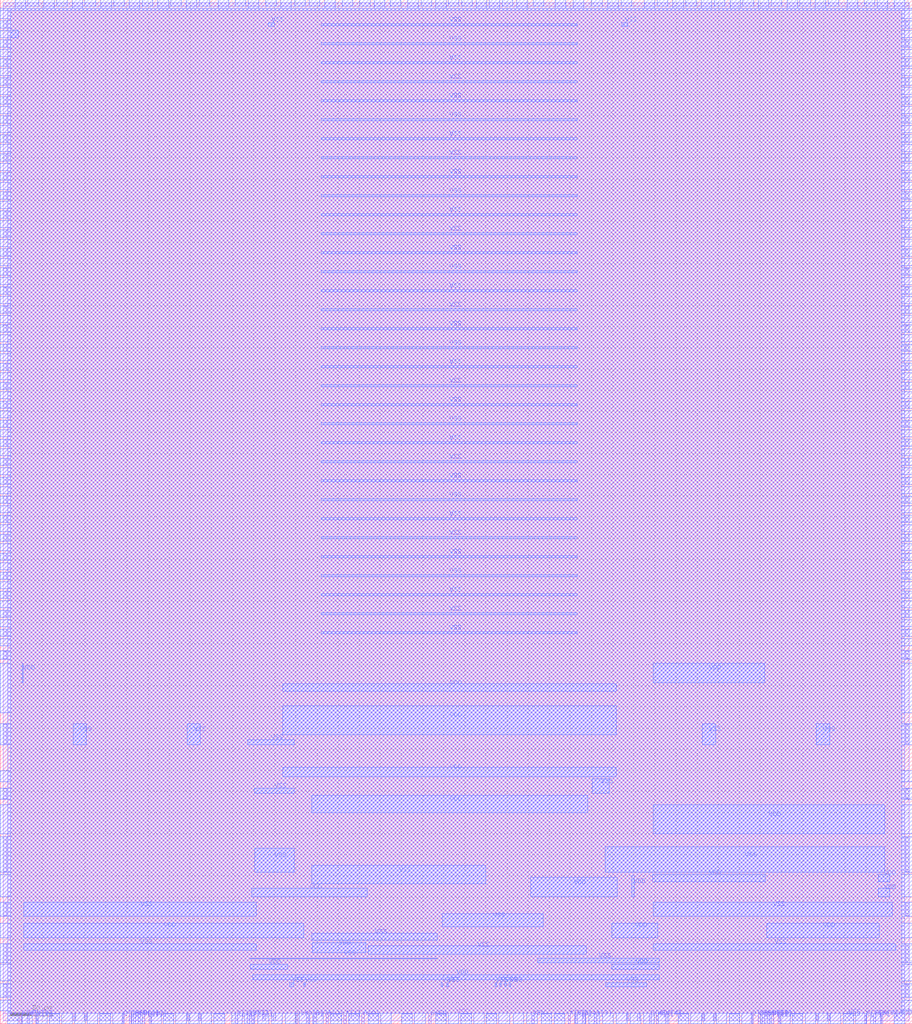
<source format=lef>
VERSION 5.7 ;
  NOWIREEXTENSIONATPIN ON ;
  DIVIDERCHAR "/" ;
  BUSBITCHARS "[]" ;
MACRO gf180mcu_fd_ip_sram__sram512x8m8wm1
  CLASS BLOCK ;
  FOREIGN gf180mcu_fd_ip_sram__sram512x8m8wm1 ;
  ORIGIN 0.000 0.000 ;
  SIZE 431.860 BY 484.880 ;
  SYMMETRY X Y R90 ;
  PIN A[8]
    DIRECTION INPUT ;
    USE SIGNAL ;
    ANTENNADIFFAREA 1.997600 ;
    PORT
      LAYER Metal2 ;
        RECT 145.030 0.000 146.150 5.000 ;
    END
  END A[8]
  PIN A[7]
    DIRECTION INPUT ;
    USE SIGNAL ;
    ANTENNADIFFAREA 1.997600 ;
    PORT
      LAYER Metal2 ;
        RECT 148.525 0.000 149.645 5.000 ;
    END
  END A[7]
  PIN A[6]
    DIRECTION INPUT ;
    USE SIGNAL ;
    ANTENNADIFFAREA 1.997600 ;
    PORT
      LAYER Metal2 ;
        RECT 268.860 0.000 269.980 5.000 ;
    END
  END A[6]
  PIN A[5]
    DIRECTION INPUT ;
    USE SIGNAL ;
    ANTENNADIFFAREA 1.997600 ;
    PORT
      LAYER Metal2 ;
        RECT 272.085 0.000 273.205 5.000 ;
    END
  END A[5]
  PIN A[4]
    DIRECTION INPUT ;
    USE SIGNAL ;
    ANTENNADIFFAREA 1.997600 ;
    PORT
      LAYER Metal2 ;
        RECT 275.820 0.000 276.940 5.000 ;
    END
  END A[4]
  PIN A[3]
    DIRECTION INPUT ;
    USE SIGNAL ;
    ANTENNADIFFAREA 1.997600 ;
    PORT
      LAYER Metal2 ;
        RECT 281.325 0.000 282.445 5.000 ;
    END
  END A[3]
  PIN A[2]
    DIRECTION INPUT ;
    USE SIGNAL ;
    ANTENNADIFFAREA 1.997600 ;
    PORT
      LAYER Metal2 ;
        RECT 154.295 0.000 155.415 5.000 ;
    END
  END A[2]
  PIN A[1]
    DIRECTION INPUT ;
    USE SIGNAL ;
    ANTENNADIFFAREA 1.997600 ;
    PORT
      LAYER Metal2 ;
        RECT 162.760 0.000 163.880 5.000 ;
    END
  END A[1]
  PIN A[0]
    DIRECTION INPUT ;
    USE SIGNAL ;
    ANTENNADIFFAREA 1.997600 ;
    PORT
      LAYER Metal2 ;
        RECT 171.215 0.000 172.335 5.000 ;
    END
  END A[0]
  PIN CEN
    DIRECTION INPUT ;
    USE SIGNAL ;
    ANTENNADIFFAREA 1.997600 ;
    PORT
      LAYER Metal2 ;
        RECT 251.710 0.000 252.830 5.000 ;
    END
  END CEN
  PIN CLK
    DIRECTION INPUT ;
    USE SIGNAL ;
    ANTENNAGATEAREA 44.706600 ;
    PORT
      LAYER Metal2 ;
        RECT 139.680 0.000 140.800 5.000 ;
    END
  END CLK
  PIN D[7]
    DIRECTION INPUT ;
    USE SIGNAL ;
    ANTENNAGATEAREA 1.152000 ;
    PORT
      LAYER Metal2 ;
        RECT 416.860 0.000 417.980 5.000 ;
    END
  END D[7]
  PIN D[6]
    DIRECTION INPUT ;
    USE SIGNAL ;
    ANTENNAGATEAREA 1.152000 ;
    PORT
      LAYER Metal2 ;
        RECT 365.150 0.000 366.270 5.000 ;
    END
  END D[6]
  PIN D[5]
    DIRECTION INPUT ;
    USE SIGNAL ;
    ANTENNAGATEAREA 1.152000 ;
    PORT
      LAYER Metal2 ;
        RECT 358.910 0.000 360.030 5.000 ;
    END
  END D[5]
  PIN D[4]
    DIRECTION INPUT ;
    USE SIGNAL ;
    ANTENNAGATEAREA 1.152000 ;
    PORT
      LAYER Metal2 ;
        RECT 307.235 0.000 308.355 5.000 ;
    END
  END D[4]
  PIN D[3]
    DIRECTION INPUT ;
    USE SIGNAL ;
    ANTENNAGATEAREA 1.152000 ;
    PORT
      LAYER Metal2 ;
        RECT 118.975 0.000 120.095 5.000 ;
    END
  END D[3]
  PIN D[2]
    DIRECTION INPUT ;
    USE SIGNAL ;
    ANTENNAGATEAREA 1.152000 ;
    PORT
      LAYER Metal2 ;
        RECT 67.270 0.000 68.390 5.000 ;
    END
  END D[2]
  PIN D[1]
    DIRECTION INPUT ;
    USE SIGNAL ;
    ANTENNAGATEAREA 1.152000 ;
    PORT
      LAYER Metal2 ;
        RECT 61.030 0.000 62.150 5.000 ;
    END
  END D[1]
  PIN D[0]
    DIRECTION INPUT ;
    USE SIGNAL ;
    ANTENNAGATEAREA 1.152000 ;
    PORT
      LAYER Metal2 ;
        RECT 9.320 0.000 10.440 5.000 ;
    END
  END D[0]
  PIN GWEN
    DIRECTION INPUT ;
    USE SIGNAL ;
    ANTENNAGATEAREA 14.466000 ;
    PORT
      LAYER Metal2 ;
        RECT 202.940 0.000 204.060 5.000 ;
    END
  END GWEN
  PIN Q[7]
    DIRECTION OUTPUT ;
    USE SIGNAL ;
    ANTENNADIFFAREA 11.328000 ;
    PORT
      LAYER Metal2 ;
        RECT 409.275 0.000 410.395 5.000 ;
    END
  END Q[7]
  PIN Q[6]
    DIRECTION OUTPUT ;
    USE SIGNAL ;
    ANTENNADIFFAREA 11.328000 ;
    PORT
      LAYER Metal2 ;
        RECT 368.515 0.000 369.635 5.000 ;
    END
  END Q[6]
  PIN Q[5]
    DIRECTION OUTPUT ;
    USE SIGNAL ;
    ANTENNADIFFAREA 11.328000 ;
    PORT
      LAYER Metal2 ;
        RECT 355.545 0.000 356.665 5.000 ;
    END
  END Q[5]
  PIN Q[4]
    DIRECTION OUTPUT ;
    USE SIGNAL ;
    ANTENNADIFFAREA 11.328000 ;
    PORT
      LAYER Metal2 ;
        RECT 314.790 0.000 315.910 5.000 ;
    END
  END Q[4]
  PIN Q[3]
    DIRECTION OUTPUT ;
    USE SIGNAL ;
    ANTENNADIFFAREA 11.328000 ;
    PORT
      LAYER Metal2 ;
        RECT 111.395 0.000 112.515 5.000 ;
    END
  END Q[3]
  PIN Q[2]
    DIRECTION OUTPUT ;
    USE SIGNAL ;
    ANTENNADIFFAREA 11.328000 ;
    PORT
      LAYER Metal2 ;
        RECT 70.635 0.000 71.755 5.000 ;
    END
  END Q[2]
  PIN Q[1]
    DIRECTION OUTPUT ;
    USE SIGNAL ;
    ANTENNADIFFAREA 11.328000 ;
    PORT
      LAYER Metal2 ;
        RECT 57.665 0.000 58.785 5.000 ;
    END
  END Q[1]
  PIN Q[0]
    DIRECTION OUTPUT ;
    USE SIGNAL ;
    ANTENNADIFFAREA 11.328000 ;
    PORT
      LAYER Metal2 ;
        RECT 16.900 0.000 18.020 5.000 ;
    END
  END Q[0]
  PIN VDD
    DIRECTION INOUT ;
    USE POWER ;
    PORT
      LAYER Metal2 ;
        RECT 3.530 479.880 428.330 480.880 ;
        RECT 3.530 5.000 5.000 479.880 ;
        RECT 426.860 5.000 428.330 479.880 ;
        RECT 3.530 1.410 8.530 5.000 ;
        RECT 423.330 1.410 428.330 5.000 ;
      LAYER Metal3 ;
        RECT 7.005 480.880 12.005 484.880 ;
        RECT 20.685 480.880 25.685 484.880 ;
        RECT 34.005 480.880 39.005 484.880 ;
        RECT 47.685 480.880 52.685 484.880 ;
        RECT 61.005 480.880 66.005 484.880 ;
        RECT 74.685 480.880 79.685 484.880 ;
        RECT 88.005 480.880 93.005 484.880 ;
        RECT 103.265 480.880 108.265 484.880 ;
        RECT 117.415 480.880 122.415 484.880 ;
        RECT 132.860 480.880 137.860 484.880 ;
        RECT 153.550 480.880 158.550 484.880 ;
        RECT 177.075 480.880 182.075 484.880 ;
        RECT 192.925 480.880 197.925 484.880 ;
        RECT 206.150 480.880 211.150 484.880 ;
        RECT 225.345 480.880 230.345 484.880 ;
        RECT 231.565 480.880 236.565 484.880 ;
        RECT 244.505 480.880 249.505 484.880 ;
        RECT 262.845 480.880 267.845 484.880 ;
        RECT 271.310 480.880 276.310 484.880 ;
        RECT 287.735 480.880 292.735 484.880 ;
        RECT 304.885 480.880 309.885 484.880 ;
        RECT 318.565 480.880 323.565 484.880 ;
        RECT 331.885 480.880 336.885 484.880 ;
        RECT 345.565 480.880 350.565 484.880 ;
        RECT 358.885 480.880 363.885 484.880 ;
        RECT 372.565 480.880 377.565 484.880 ;
        RECT 385.885 480.880 390.885 484.880 ;
        RECT 401.145 480.880 406.145 484.880 ;
        RECT 415.295 480.880 420.295 484.880 ;
        RECT 423.330 480.880 428.330 484.880 ;
        RECT 0.000 479.880 431.860 480.880 ;
        RECT 0.000 475.880 5.000 479.880 ;
        RECT 426.860 475.880 431.860 479.880 ;
        RECT 0.000 466.880 8.530 470.380 ;
        RECT 426.860 466.880 431.860 470.380 ;
        RECT 0.000 457.880 5.000 461.380 ;
        RECT 426.860 457.880 431.860 461.380 ;
        RECT 0.000 448.880 5.000 452.380 ;
        RECT 426.860 448.880 431.860 452.380 ;
        RECT 0.000 439.880 5.000 443.380 ;
        RECT 426.860 439.880 431.860 443.380 ;
        RECT 0.000 430.880 5.000 434.380 ;
        RECT 426.860 430.880 431.860 434.380 ;
        RECT 0.000 421.880 5.000 425.380 ;
        RECT 426.860 421.880 431.860 425.380 ;
        RECT 0.000 412.880 5.000 416.380 ;
        RECT 426.860 412.880 431.860 416.380 ;
        RECT 0.000 403.880 5.000 407.380 ;
        RECT 426.860 403.880 431.860 407.380 ;
        RECT 0.000 394.880 5.000 398.380 ;
        RECT 426.860 394.880 431.860 398.380 ;
        RECT 0.000 385.880 5.000 389.380 ;
        RECT 426.860 385.880 431.860 389.380 ;
        RECT 0.000 376.880 5.000 380.380 ;
        RECT 426.860 376.880 431.860 380.380 ;
        RECT 0.000 367.880 5.000 371.380 ;
        RECT 426.860 367.880 431.860 371.380 ;
        RECT 0.000 358.880 5.000 362.380 ;
        RECT 426.860 358.880 431.860 362.380 ;
        RECT 0.000 349.880 5.000 353.380 ;
        RECT 426.860 349.880 431.860 353.380 ;
        RECT 0.000 340.880 5.000 344.380 ;
        RECT 426.860 340.880 431.860 344.380 ;
        RECT 0.000 331.880 5.000 335.380 ;
        RECT 426.860 331.880 431.860 335.380 ;
        RECT 0.000 322.880 5.000 326.380 ;
        RECT 426.860 322.880 431.860 326.380 ;
        RECT 0.000 313.880 5.000 317.380 ;
        RECT 426.860 313.880 431.860 317.380 ;
        RECT 0.000 304.880 5.000 308.380 ;
        RECT 426.860 304.880 431.860 308.380 ;
        RECT 0.000 295.880 5.000 299.380 ;
        RECT 426.860 295.880 431.860 299.380 ;
        RECT 0.000 286.880 5.000 290.380 ;
        RECT 426.860 286.880 431.860 290.380 ;
        RECT 0.000 277.880 5.000 281.380 ;
        RECT 426.860 277.880 431.860 281.380 ;
        RECT 0.000 268.880 5.000 272.380 ;
        RECT 426.860 268.880 431.860 272.380 ;
        RECT 0.000 259.880 5.000 263.380 ;
        RECT 426.860 259.880 431.860 263.380 ;
        RECT 0.000 250.880 5.000 254.380 ;
        RECT 426.860 250.880 431.860 254.380 ;
        RECT 0.000 241.880 5.000 245.380 ;
        RECT 426.860 241.880 431.860 245.380 ;
        RECT 0.000 232.880 5.000 236.380 ;
        RECT 426.860 232.880 431.860 236.380 ;
        RECT 0.000 223.880 5.000 227.380 ;
        RECT 426.860 223.880 431.860 227.380 ;
        RECT 0.000 214.880 5.000 218.380 ;
        RECT 426.860 214.880 431.860 218.380 ;
        RECT 0.000 205.880 5.000 209.380 ;
        RECT 426.860 205.880 431.860 209.380 ;
        RECT 0.000 196.880 5.000 200.380 ;
        RECT 426.860 196.880 431.860 200.380 ;
        RECT 0.000 187.880 5.000 191.380 ;
        RECT 426.860 187.880 431.860 191.380 ;
        RECT 0.000 178.880 5.000 182.380 ;
        RECT 426.860 178.880 431.860 182.380 ;
        RECT 0.000 147.150 5.000 170.625 ;
        RECT 426.860 147.150 431.860 170.625 ;
        RECT 0.000 114.690 5.000 119.690 ;
        RECT 426.860 114.690 431.860 119.690 ;
        RECT 0.000 90.080 5.000 103.695 ;
        RECT 426.860 90.080 431.860 103.695 ;
        RECT 0.000 60.180 5.000 70.890 ;
        RECT 426.860 60.180 431.860 70.890 ;
        RECT 0.000 40.760 5.000 47.575 ;
        RECT 426.860 40.760 431.860 47.575 ;
        RECT 0.000 20.300 5.000 28.145 ;
        RECT 426.860 20.300 431.860 28.145 ;
        RECT 0.000 6.160 5.000 11.160 ;
        RECT 3.530 5.000 5.000 6.160 ;
        RECT 426.860 6.160 431.860 11.160 ;
        RECT 426.860 5.000 428.330 6.160 ;
        RECT 3.530 0.000 8.530 5.000 ;
        RECT 10.195 0.000 15.195 5.000 ;
        RECT 17.210 0.000 22.210 5.000 ;
        RECT 29.210 0.000 34.210 5.000 ;
        RECT 35.210 0.000 40.210 5.000 ;
        RECT 41.210 0.000 46.210 5.000 ;
        RECT 53.210 0.000 58.210 5.000 ;
        RECT 62.215 0.000 67.215 5.000 ;
        RECT 71.210 0.000 76.210 5.000 ;
        RECT 83.210 0.000 88.210 5.000 ;
        RECT 89.210 0.000 94.210 5.000 ;
        RECT 95.210 0.000 100.210 5.000 ;
        RECT 109.550 0.000 114.550 5.000 ;
        RECT 115.550 0.000 120.550 5.000 ;
        RECT 122.050 0.000 127.050 5.000 ;
        RECT 128.550 0.000 133.550 5.000 ;
        RECT 135.050 0.000 140.050 5.000 ;
        RECT 141.550 0.000 146.550 5.000 ;
        RECT 148.050 0.000 153.050 5.000 ;
        RECT 180.155 0.000 185.155 5.000 ;
        RECT 196.140 0.000 201.140 5.000 ;
        RECT 212.165 0.000 217.165 5.000 ;
        RECT 224.165 0.000 229.165 5.000 ;
        RECT 236.165 0.000 241.165 5.000 ;
        RECT 242.830 0.000 247.830 5.000 ;
        RECT 249.380 0.000 254.380 5.000 ;
        RECT 272.290 0.000 277.290 5.000 ;
        RECT 278.790 0.000 283.790 5.000 ;
        RECT 285.290 0.000 290.290 5.000 ;
        RECT 291.790 0.000 296.790 5.000 ;
        RECT 298.290 0.000 303.290 5.000 ;
        RECT 304.790 0.000 309.790 5.000 ;
        RECT 311.475 0.000 316.475 5.000 ;
        RECT 327.090 0.000 332.090 5.000 ;
        RECT 333.090 0.000 338.090 5.000 ;
        RECT 339.090 0.000 344.090 5.000 ;
        RECT 351.090 0.000 356.090 5.000 ;
        RECT 360.085 0.000 365.085 5.000 ;
        RECT 369.090 0.000 374.090 5.000 ;
        RECT 381.090 0.000 386.090 5.000 ;
        RECT 387.090 0.000 392.090 5.000 ;
        RECT 393.090 0.000 398.090 5.000 ;
        RECT 405.090 0.000 410.090 5.000 ;
        RECT 412.095 0.000 417.095 5.000 ;
        RECT 423.330 0.000 428.330 5.000 ;
    END
    PORT
      LAYER Metal3 ;
        RECT 11.130 40.770 143.645 47.575 ;
    END
    PORT
      LAYER Metal3 ;
        RECT 147.685 33.720 173.110 38.260 ;
    END
    PORT
      LAYER Metal3 ;
        RECT 10.475 161.575 10.940 170.630 ;
    END
    PORT
      LAYER Metal3 ;
        RECT 133.860 157.430 291.755 160.995 ;
    END
    PORT
      LAYER Metal3 ;
        RECT 133.860 136.910 291.755 150.525 ;
    END
    PORT
      LAYER Metal3 ;
        RECT 309.265 161.575 361.915 170.625 ;
    END
    PORT
      LAYER Metal3 ;
        RECT 133.850 116.850 291.740 121.390 ;
    END
    PORT
      LAYER Metal3 ;
        RECT 147.565 99.845 278.225 108.125 ;
    END
    PORT
      LAYER Metal3 ;
        RECT 309.125 90.075 418.815 103.695 ;
    END
    PORT
      LAYER Metal3 ;
        RECT 119.105 60.230 173.805 64.235 ;
    END
    PORT
      LAYER Metal3 ;
        RECT 251.140 60.175 292.105 69.330 ;
    END
    PORT
      LAYER Metal3 ;
        RECT 299.130 60.175 300.130 70.085 ;
    END
    PORT
      LAYER Metal3 ;
        RECT 309.035 67.305 362.145 70.890 ;
    END
    PORT
      LAYER Metal3 ;
        RECT 415.845 60.175 421.105 64.235 ;
    END
    PORT
      LAYER Metal3 ;
        RECT 415.845 67.305 421.105 70.895 ;
    END
    PORT
      LAYER Metal3 ;
        RECT 289.545 40.770 311.390 47.580 ;
    END
    PORT
      LAYER Metal3 ;
        RECT 363.010 40.760 416.170 47.575 ;
    END
    PORT
      LAYER Metal3 ;
        RECT 118.435 25.875 136.070 28.150 ;
    END
    PORT
      LAYER Metal3 ;
        RECT 119.545 20.830 312.145 23.095 ;
    END
    PORT
      LAYER Metal3 ;
        RECT 289.545 25.875 312.145 28.150 ;
    END
  END VDD
  PIN VSS
    DIRECTION INOUT ;
    USE GROUND ;
    PORT
      LAYER Metal1 ;
        RECT 1.410 479.880 430.450 483.470 ;
        RECT 1.410 5.000 5.000 479.880 ;
        RECT 426.860 5.000 430.450 479.880 ;
        RECT 1.410 1.410 430.450 5.000 ;
      LAYER Metal2 ;
        RECT 1.410 481.840 430.450 483.470 ;
        RECT 1.410 471.390 3.030 474.870 ;
        RECT 428.830 471.390 430.450 474.870 ;
        RECT 1.410 462.390 3.030 465.870 ;
        RECT 428.830 462.390 430.450 465.870 ;
        RECT 1.410 453.390 3.030 456.870 ;
        RECT 428.830 453.390 430.450 456.870 ;
        RECT 1.410 444.390 3.030 447.870 ;
        RECT 428.830 444.390 430.450 447.870 ;
        RECT 1.410 435.390 3.030 438.870 ;
        RECT 428.830 435.390 430.450 438.870 ;
        RECT 1.410 426.390 3.030 429.870 ;
        RECT 428.830 426.390 430.450 429.870 ;
        RECT 1.410 417.390 3.030 420.870 ;
        RECT 428.830 417.390 430.450 420.870 ;
        RECT 1.410 408.390 3.030 411.870 ;
        RECT 428.830 408.390 430.450 411.870 ;
        RECT 1.410 399.390 3.030 402.870 ;
        RECT 428.830 399.390 430.450 402.870 ;
        RECT 1.410 390.390 3.030 393.870 ;
        RECT 428.830 390.390 430.450 393.870 ;
        RECT 1.410 381.390 3.030 384.870 ;
        RECT 428.830 381.390 430.450 384.870 ;
        RECT 1.410 372.390 3.030 375.870 ;
        RECT 428.830 372.390 430.450 375.870 ;
        RECT 1.410 363.390 3.030 366.870 ;
        RECT 428.830 363.390 430.450 366.870 ;
        RECT 1.410 354.390 3.030 357.870 ;
        RECT 428.830 354.390 430.450 357.870 ;
        RECT 1.410 345.390 3.030 348.870 ;
        RECT 428.830 345.390 430.450 348.870 ;
        RECT 1.410 336.390 3.030 339.870 ;
        RECT 428.830 336.390 430.450 339.870 ;
        RECT 1.410 327.390 3.030 330.870 ;
        RECT 428.830 327.390 430.450 330.870 ;
        RECT 1.410 318.390 3.030 321.870 ;
        RECT 428.830 318.390 430.450 321.870 ;
        RECT 1.410 309.390 3.030 312.870 ;
        RECT 428.830 309.390 430.450 312.870 ;
        RECT 1.410 300.390 3.030 303.870 ;
        RECT 428.830 300.390 430.450 303.870 ;
        RECT 1.410 291.390 3.030 294.870 ;
        RECT 428.830 291.390 430.450 294.870 ;
        RECT 1.410 282.390 3.030 285.870 ;
        RECT 428.830 282.390 430.450 285.870 ;
        RECT 1.410 273.390 3.030 276.870 ;
        RECT 428.830 273.390 430.450 276.870 ;
        RECT 1.410 264.390 3.030 267.870 ;
        RECT 428.830 264.390 430.450 267.870 ;
        RECT 1.410 255.390 3.030 258.870 ;
        RECT 428.830 255.390 430.450 258.870 ;
        RECT 1.410 246.390 3.030 249.870 ;
        RECT 428.830 246.390 430.450 249.870 ;
        RECT 1.410 237.390 3.030 240.870 ;
        RECT 428.830 237.390 430.450 240.870 ;
        RECT 1.410 228.390 3.030 231.870 ;
        RECT 428.830 228.390 430.450 231.870 ;
        RECT 1.410 219.390 3.030 222.870 ;
        RECT 428.830 219.390 430.450 222.870 ;
        RECT 1.410 210.390 3.030 213.870 ;
        RECT 428.830 210.390 430.450 213.870 ;
        RECT 1.410 201.390 3.030 204.870 ;
        RECT 428.830 201.390 430.450 204.870 ;
        RECT 1.410 192.390 3.030 195.870 ;
        RECT 428.830 192.390 430.450 195.870 ;
        RECT 1.410 183.390 3.030 186.870 ;
        RECT 428.830 183.390 430.450 186.870 ;
        RECT 1.410 172.890 3.030 176.370 ;
        RECT 428.830 172.890 430.450 176.370 ;
        RECT 1.410 132.690 3.030 141.750 ;
        RECT 428.830 132.690 430.450 141.750 ;
        RECT 1.410 106.555 3.030 111.275 ;
        RECT 428.830 106.555 430.450 111.275 ;
        RECT 1.410 71.990 3.030 88.490 ;
        RECT 428.830 71.990 430.450 88.490 ;
        RECT 1.410 51.135 3.030 57.095 ;
        RECT 428.830 51.135 430.450 57.095 ;
        RECT 1.410 28.855 3.030 37.915 ;
        RECT 428.830 28.855 430.450 37.915 ;
        RECT 1.410 12.635 3.030 18.595 ;
        RECT 428.830 12.635 430.450 18.595 ;
        RECT 23.210 1.410 28.210 5.000 ;
        RECT 34.635 1.410 35.755 5.000 ;
        RECT 39.730 1.410 40.850 5.000 ;
        RECT 47.210 1.410 52.210 5.000 ;
        RECT 77.210 1.410 82.210 5.000 ;
        RECT 88.635 1.410 89.755 5.000 ;
        RECT 93.730 1.410 94.850 5.000 ;
        RECT 101.210 1.410 106.210 5.000 ;
        RECT 124.280 1.410 125.400 5.000 ;
        RECT 129.365 1.410 130.485 5.000 ;
        RECT 156.620 1.410 161.620 5.000 ;
        RECT 165.110 1.410 170.110 5.000 ;
        RECT 174.155 1.410 179.155 5.000 ;
        RECT 190.140 1.410 195.140 5.000 ;
        RECT 206.165 1.410 211.165 5.000 ;
        RECT 218.165 1.410 223.165 5.000 ;
        RECT 230.165 1.410 235.165 5.000 ;
        RECT 256.165 1.410 261.165 5.000 ;
        RECT 262.390 1.410 267.390 5.000 ;
        RECT 296.565 1.410 297.685 5.000 ;
        RECT 301.650 1.410 302.770 5.000 ;
        RECT 321.090 1.410 326.090 5.000 ;
        RECT 332.515 1.410 333.635 5.000 ;
        RECT 337.610 1.410 338.730 5.000 ;
        RECT 345.090 1.410 350.090 5.000 ;
        RECT 375.090 1.410 380.090 5.000 ;
        RECT 386.515 1.410 387.635 5.000 ;
        RECT 391.610 1.410 392.730 5.000 ;
        RECT 399.090 1.410 404.090 5.000 ;
      LAYER Metal3 ;
        RECT 13.130 481.840 18.130 484.880 ;
        RECT 26.810 481.840 31.810 484.880 ;
        RECT 40.130 481.840 45.130 484.880 ;
        RECT 53.810 481.840 58.810 484.880 ;
        RECT 67.130 481.840 72.130 484.880 ;
        RECT 80.810 481.840 85.810 484.880 ;
        RECT 94.130 481.840 99.130 484.880 ;
        RECT 111.290 481.840 116.290 484.880 ;
        RECT 125.790 481.840 130.790 484.880 ;
        RECT 139.385 481.840 144.385 484.880 ;
        RECT 146.365 481.840 151.365 484.880 ;
        RECT 161.905 481.840 166.905 484.880 ;
        RECT 170.120 481.840 175.120 484.880 ;
        RECT 184.740 481.840 189.740 484.880 ;
        RECT 199.410 481.840 204.410 484.880 ;
        RECT 212.150 481.840 217.150 484.880 ;
        RECT 218.565 481.840 223.565 484.880 ;
        RECT 237.690 481.840 242.690 484.880 ;
        RECT 252.325 481.840 257.325 484.880 ;
        RECT 279.950 481.840 284.950 484.880 ;
        RECT 293.955 481.840 298.955 484.880 ;
        RECT 311.010 481.840 316.010 484.880 ;
        RECT 324.690 481.840 329.690 484.880 ;
        RECT 338.010 481.840 343.010 484.880 ;
        RECT 351.690 481.840 356.690 484.880 ;
        RECT 365.010 481.840 370.010 484.880 ;
        RECT 378.690 481.840 383.690 484.880 ;
        RECT 392.010 481.840 397.010 484.880 ;
        RECT 409.170 481.840 414.170 484.880 ;
        RECT 0.000 471.380 5.000 474.880 ;
        RECT 426.860 471.380 431.860 474.880 ;
        RECT 0.000 462.380 5.000 465.880 ;
        RECT 426.860 462.380 431.860 465.880 ;
        RECT 0.000 453.380 5.000 456.880 ;
        RECT 426.860 453.380 431.860 456.880 ;
        RECT 0.000 444.380 5.000 447.880 ;
        RECT 426.860 444.380 431.860 447.880 ;
        RECT 0.000 435.380 5.000 438.880 ;
        RECT 426.860 435.380 431.860 438.880 ;
        RECT 0.000 426.380 5.000 429.880 ;
        RECT 426.860 426.380 431.860 429.880 ;
        RECT 0.000 417.380 5.000 420.880 ;
        RECT 426.860 417.380 431.860 420.880 ;
        RECT 0.000 408.380 5.000 411.880 ;
        RECT 426.860 408.380 431.860 411.880 ;
        RECT 0.000 399.380 5.000 402.880 ;
        RECT 426.860 399.380 431.860 402.880 ;
        RECT 0.000 390.380 5.000 393.880 ;
        RECT 426.860 390.380 431.860 393.880 ;
        RECT 0.000 381.380 5.000 384.880 ;
        RECT 426.860 381.380 431.860 384.880 ;
        RECT 0.000 372.380 5.000 375.880 ;
        RECT 426.860 372.380 431.860 375.880 ;
        RECT 0.000 363.380 5.000 366.880 ;
        RECT 426.860 363.380 431.860 366.880 ;
        RECT 0.000 354.380 5.000 357.880 ;
        RECT 426.860 354.380 431.860 357.880 ;
        RECT 0.000 345.380 5.000 348.880 ;
        RECT 426.860 345.380 431.860 348.880 ;
        RECT 0.000 336.380 5.000 339.880 ;
        RECT 426.860 336.380 431.860 339.880 ;
        RECT 0.000 327.380 5.000 330.880 ;
        RECT 426.860 327.380 431.860 330.880 ;
        RECT 0.000 318.380 5.000 321.880 ;
        RECT 426.860 318.380 431.860 321.880 ;
        RECT 0.000 309.380 5.000 312.880 ;
        RECT 426.860 309.380 431.860 312.880 ;
        RECT 0.000 300.380 5.000 303.880 ;
        RECT 426.860 300.380 431.860 303.880 ;
        RECT 0.000 291.380 5.000 294.880 ;
        RECT 426.860 291.380 431.860 294.880 ;
        RECT 0.000 282.380 5.000 285.880 ;
        RECT 426.860 282.380 431.860 285.880 ;
        RECT 0.000 273.380 5.000 276.880 ;
        RECT 426.860 273.380 431.860 276.880 ;
        RECT 0.000 264.380 5.000 267.880 ;
        RECT 426.860 264.380 431.860 267.880 ;
        RECT 0.000 255.380 5.000 258.880 ;
        RECT 426.860 255.380 431.860 258.880 ;
        RECT 0.000 246.380 5.000 249.880 ;
        RECT 426.860 246.380 431.860 249.880 ;
        RECT 0.000 237.380 5.000 240.880 ;
        RECT 426.860 237.380 431.860 240.880 ;
        RECT 0.000 228.380 5.000 231.880 ;
        RECT 426.860 228.380 431.860 231.880 ;
        RECT 0.000 219.380 5.000 222.880 ;
        RECT 426.860 219.380 431.860 222.880 ;
        RECT 0.000 210.380 5.000 213.880 ;
        RECT 426.860 210.380 431.860 213.880 ;
        RECT 0.000 201.380 5.000 204.880 ;
        RECT 426.860 201.380 431.860 204.880 ;
        RECT 0.000 192.380 5.000 195.880 ;
        RECT 426.860 192.380 431.860 195.880 ;
        RECT 0.000 183.380 5.000 186.880 ;
        RECT 426.860 183.380 431.860 186.880 ;
        RECT 0.000 172.680 5.000 176.630 ;
        RECT 426.860 172.680 431.860 176.630 ;
        RECT 0.000 132.175 5.000 142.080 ;
        RECT 426.860 132.175 431.860 142.080 ;
        RECT 0.000 106.410 5.000 111.410 ;
        RECT 426.860 106.410 431.860 111.410 ;
        RECT 0.000 71.640 5.000 88.650 ;
        RECT 426.860 71.640 431.860 88.650 ;
        RECT 0.000 50.880 5.000 57.465 ;
        RECT 426.860 50.880 431.860 57.465 ;
        RECT 0.000 28.830 5.000 37.980 ;
        RECT 426.860 28.830 431.860 37.980 ;
        RECT 0.000 12.510 5.000 18.860 ;
        RECT 426.860 12.510 431.860 18.860 ;
        RECT 23.210 0.000 28.210 4.660 ;
        RECT 47.210 0.000 52.210 4.660 ;
        RECT 77.210 0.000 82.210 4.660 ;
        RECT 101.210 0.000 106.210 4.660 ;
        RECT 156.620 0.000 161.620 4.660 ;
        RECT 165.110 0.000 170.110 4.660 ;
        RECT 174.155 0.000 179.155 4.660 ;
        RECT 190.140 0.000 195.140 4.660 ;
        RECT 206.165 0.000 211.165 4.660 ;
        RECT 218.165 0.000 223.165 4.660 ;
        RECT 230.165 0.000 235.165 4.660 ;
        RECT 256.165 0.000 261.165 4.660 ;
        RECT 262.390 0.000 267.390 4.660 ;
        RECT 321.090 0.000 326.090 4.660 ;
        RECT 345.090 0.000 350.090 4.660 ;
        RECT 375.090 0.000 380.090 4.660 ;
        RECT 399.090 0.000 404.090 4.660 ;
    END
    PORT
      LAYER Metal3 ;
        RECT 34.605 132.170 40.815 142.060 ;
    END
    PORT
      LAYER Metal3 ;
        RECT 88.605 132.170 94.815 142.060 ;
    END
    PORT
      LAYER Metal3 ;
        RECT 117.125 132.170 139.140 134.450 ;
    END
    PORT
      LAYER Metal3 ;
        RECT 11.245 50.870 121.250 57.455 ;
    END
    PORT
      LAYER Metal3 ;
        RECT 126.880 472.305 129.740 473.925 ;
    END
    PORT
      LAYER Metal3 ;
        RECT 152.010 472.630 273.110 473.640 ;
    END
    PORT
      LAYER Metal3 ;
        RECT 294.275 472.305 297.135 473.925 ;
    END
    PORT
      LAYER Metal3 ;
        RECT 152.015 463.630 273.110 464.640 ;
    END
    PORT
      LAYER Metal3 ;
        RECT 152.015 454.630 273.110 455.640 ;
    END
    PORT
      LAYER Metal3 ;
        RECT 152.015 445.630 273.110 446.640 ;
    END
    PORT
      LAYER Metal3 ;
        RECT 152.015 436.630 273.110 437.640 ;
    END
    PORT
      LAYER Metal3 ;
        RECT 152.015 427.630 273.110 428.640 ;
    END
    PORT
      LAYER Metal3 ;
        RECT 152.015 418.630 273.110 419.640 ;
    END
    PORT
      LAYER Metal3 ;
        RECT 152.015 409.630 273.110 410.640 ;
    END
    PORT
      LAYER Metal3 ;
        RECT 152.015 400.630 273.110 401.640 ;
    END
    PORT
      LAYER Metal3 ;
        RECT 152.015 391.630 273.110 392.640 ;
    END
    PORT
      LAYER Metal3 ;
        RECT 152.015 382.630 273.110 383.640 ;
    END
    PORT
      LAYER Metal3 ;
        RECT 152.015 373.630 273.110 374.640 ;
    END
    PORT
      LAYER Metal3 ;
        RECT 152.015 364.630 273.110 365.640 ;
    END
    PORT
      LAYER Metal3 ;
        RECT 152.015 355.630 273.110 356.640 ;
    END
    PORT
      LAYER Metal3 ;
        RECT 152.015 346.630 273.110 347.640 ;
    END
    PORT
      LAYER Metal3 ;
        RECT 152.015 337.630 273.110 338.640 ;
    END
    PORT
      LAYER Metal3 ;
        RECT 152.015 328.630 273.110 329.640 ;
    END
    PORT
      LAYER Metal3 ;
        RECT 152.015 319.630 273.110 320.640 ;
    END
    PORT
      LAYER Metal3 ;
        RECT 152.015 310.630 273.110 311.640 ;
    END
    PORT
      LAYER Metal3 ;
        RECT 152.015 301.630 273.110 302.640 ;
    END
    PORT
      LAYER Metal3 ;
        RECT 152.015 292.630 273.110 293.640 ;
    END
    PORT
      LAYER Metal3 ;
        RECT 152.015 283.630 273.110 284.640 ;
    END
    PORT
      LAYER Metal3 ;
        RECT 152.015 274.630 273.110 275.640 ;
    END
    PORT
      LAYER Metal3 ;
        RECT 152.015 265.630 273.110 266.640 ;
    END
    PORT
      LAYER Metal3 ;
        RECT 152.015 256.630 273.110 257.640 ;
    END
    PORT
      LAYER Metal3 ;
        RECT 152.015 247.630 273.110 248.640 ;
    END
    PORT
      LAYER Metal3 ;
        RECT 152.015 238.630 273.110 239.640 ;
    END
    PORT
      LAYER Metal3 ;
        RECT 152.015 229.630 273.110 230.640 ;
    END
    PORT
      LAYER Metal3 ;
        RECT 152.015 220.630 273.110 221.640 ;
    END
    PORT
      LAYER Metal3 ;
        RECT 152.015 211.630 273.110 212.640 ;
    END
    PORT
      LAYER Metal3 ;
        RECT 152.015 202.630 273.110 203.640 ;
    END
    PORT
      LAYER Metal3 ;
        RECT 152.015 193.630 273.110 194.640 ;
    END
    PORT
      LAYER Metal3 ;
        RECT 152.015 184.630 273.110 185.640 ;
    END
    PORT
      LAYER Metal3 ;
        RECT 332.485 132.170 338.695 142.060 ;
    END
    PORT
      LAYER Metal3 ;
        RECT 386.485 132.170 392.695 142.060 ;
    END
    PORT
      LAYER Metal3 ;
        RECT 120.180 109.130 139.130 111.410 ;
    END
    PORT
      LAYER Metal3 ;
        RECT 280.390 109.130 288.405 115.995 ;
    END
    PORT
      LAYER Metal3 ;
        RECT 120.555 71.645 139.140 82.990 ;
    END
    PORT
      LAYER Metal3 ;
        RECT 147.390 66.215 229.885 75.075 ;
    END
    PORT
      LAYER Metal3 ;
        RECT 286.475 71.635 418.815 83.920 ;
    END
    PORT
      LAYER Metal3 ;
        RECT 309.125 50.865 422.410 57.465 ;
    END
    PORT
      LAYER Metal3 ;
        RECT 11.245 34.900 121.250 37.975 ;
    END
    PORT
      LAYER Metal3 ;
        RECT 118.435 30.885 206.985 30.995 ;
    END
    PORT
      LAYER Metal3 ;
        RECT 147.565 39.500 206.985 42.910 ;
    END
    PORT
      LAYER Metal3 ;
        RECT 174.300 32.960 277.410 36.960 ;
    END
    PORT
      LAYER Metal3 ;
        RECT 209.285 45.825 257.150 52.100 ;
    END
    PORT
      LAYER Metal3 ;
        RECT 254.610 28.830 312.145 30.995 ;
    END
    PORT
      LAYER Metal3 ;
        RECT 309.125 34.900 423.935 37.975 ;
    END
    PORT
      LAYER Metal3 ;
        RECT 137.190 17.620 138.890 19.380 ;
    END
    PORT
      LAYER Metal3 ;
        RECT 143.820 17.620 144.470 19.380 ;
    END
    PORT
      LAYER Metal3 ;
        RECT 208.870 17.620 209.520 19.380 ;
    END
    PORT
      LAYER Metal3 ;
        RECT 211.495 17.620 212.145 19.380 ;
    END
    PORT
      LAYER Metal3 ;
        RECT 234.365 17.620 235.015 19.380 ;
    END
    PORT
      LAYER Metal3 ;
        RECT 236.605 17.620 237.255 19.380 ;
    END
    PORT
      LAYER Metal3 ;
        RECT 238.845 17.620 239.495 19.380 ;
    END
    PORT
      LAYER Metal3 ;
        RECT 241.085 17.620 241.735 19.380 ;
    END
    PORT
      LAYER Metal3 ;
        RECT 286.725 17.620 306.075 19.380 ;
    END
  END VSS
  PIN WEN[7]
    DIRECTION INPUT ;
    USE SIGNAL ;
    ANTENNAGATEAREA 1.938000 ;
    PORT
      LAYER Metal2 ;
        RECT 413.475 0.000 414.595 5.000 ;
    END
  END WEN[7]
  PIN WEN[6]
    DIRECTION INPUT ;
    USE SIGNAL ;
    ANTENNAGATEAREA 1.938000 ;
    PORT
      LAYER Metal2 ;
        RECT 363.150 0.000 364.270 5.000 ;
    END
  END WEN[6]
  PIN WEN[5]
    DIRECTION INPUT ;
    USE SIGNAL ;
    ANTENNAGATEAREA 1.938000 ;
    PORT
      LAYER Metal2 ;
        RECT 360.900 0.000 362.020 5.000 ;
    END
  END WEN[5]
  PIN WEN[4]
    DIRECTION INPUT ;
    USE SIGNAL ;
    ANTENNAGATEAREA 1.938000 ;
    PORT
      LAYER Metal2 ;
        RECT 310.575 0.000 311.695 5.000 ;
    END
  END WEN[4]
  PIN WEN[3]
    DIRECTION INPUT ;
    USE SIGNAL ;
    ANTENNAGATEAREA 1.938000 ;
    PORT
      LAYER Metal2 ;
        RECT 117.020 0.000 118.140 5.000 ;
    END
  END WEN[3]
  PIN WEN[2]
    DIRECTION INPUT ;
    USE SIGNAL ;
    ANTENNAGATEAREA 1.938000 ;
    PORT
      LAYER Metal2 ;
        RECT 65.270 0.000 66.390 5.000 ;
    END
  END WEN[2]
  PIN WEN[1]
    DIRECTION INPUT ;
    USE SIGNAL ;
    ANTENNAGATEAREA 1.938000 ;
    PORT
      LAYER Metal2 ;
        RECT 63.020 0.000 64.140 5.000 ;
    END
  END WEN[1]
  PIN WEN[0]
    DIRECTION INPUT ;
    USE SIGNAL ;
    ANTENNAGATEAREA 1.938000 ;
    PORT
      LAYER Metal2 ;
        RECT 12.695 0.000 13.815 5.000 ;
    END
  END WEN[0]
  OBS
      LAYER Metal1 ;
        RECT 5.000 5.000 426.860 479.880 ;
      LAYER Metal2 ;
        RECT 5.000 5.000 426.860 479.880 ;
      LAYER Metal3 ;
        RECT 5.000 5.000 426.860 479.880 ;
  END
END gf180mcu_fd_ip_sram__sram512x8m8wm1
END LIBRARY


</source>
